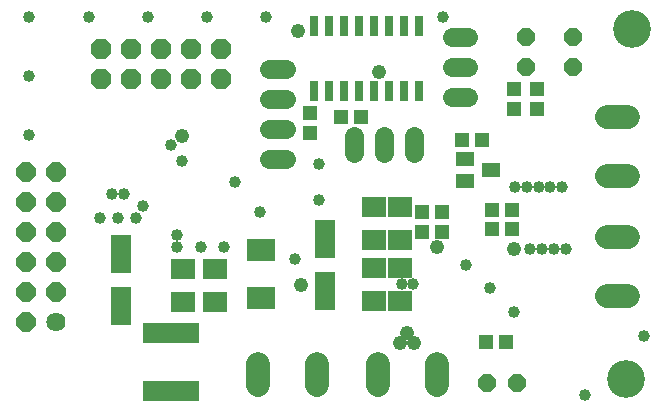
<source format=gts>
G75*
%MOIN*%
%OFA0B0*%
%FSLAX25Y25*%
%IPPOS*%
%LPD*%
%AMOC8*
5,1,8,0,0,1.08239X$1,22.5*
%
%ADD10C,0.12611*%
%ADD11R,0.07887X0.07099*%
%ADD12R,0.07099X0.12611*%
%ADD13R,0.09304X0.07808*%
%ADD14R,0.03162X0.06706*%
%ADD15C,0.06400*%
%ADD16OC8,0.06000*%
%ADD17R,0.06312X0.04737*%
%ADD18R,0.05131X0.04737*%
%ADD19R,0.04737X0.05131*%
%ADD20C,0.06400*%
%ADD21OC8,0.06400*%
%ADD22OC8,0.06800*%
%ADD23R,0.18910X0.06706*%
%ADD24C,0.07850*%
%ADD25C,0.04762*%
%ADD26C,0.03975*%
D10*
X0216382Y0030300D03*
X0218350Y0147230D03*
D11*
X0141185Y0087781D03*
X0132524Y0087781D03*
X0132524Y0076757D03*
X0141185Y0076757D03*
X0141185Y0067308D03*
X0132524Y0067308D03*
X0132524Y0056285D03*
X0141185Y0056285D03*
X0079374Y0056088D03*
X0068744Y0056088D03*
X0068744Y0067112D03*
X0079374Y0067112D03*
D12*
X0048075Y0072230D03*
X0048075Y0054907D03*
X0115988Y0059828D03*
X0115988Y0077151D03*
D13*
X0094728Y0073568D03*
X0094728Y0057545D03*
D14*
X0112268Y0126560D03*
X0117268Y0126560D03*
X0122268Y0126560D03*
X0127268Y0126560D03*
X0132268Y0126560D03*
X0137268Y0126560D03*
X0142268Y0126560D03*
X0147268Y0126560D03*
X0147268Y0148214D03*
X0142268Y0148214D03*
X0137268Y0148214D03*
X0132268Y0148214D03*
X0127268Y0148214D03*
X0122268Y0148214D03*
X0117268Y0148214D03*
X0112268Y0148214D03*
D15*
X0103040Y0133726D02*
X0097440Y0133726D01*
X0097440Y0123726D02*
X0103040Y0123726D01*
X0103040Y0113647D02*
X0097440Y0113647D01*
X0097440Y0103647D02*
X0103040Y0103647D01*
X0125594Y0105768D02*
X0125594Y0111368D01*
X0135594Y0111368D02*
X0135594Y0105768D01*
X0145594Y0105768D02*
X0145594Y0111368D01*
X0158267Y0124434D02*
X0163867Y0124434D01*
X0163867Y0134434D02*
X0158267Y0134434D01*
X0158267Y0144434D02*
X0163867Y0144434D01*
D16*
X0182917Y0144356D03*
X0182917Y0134356D03*
X0198665Y0134356D03*
X0198665Y0144356D03*
X0180043Y0029119D03*
X0170043Y0029119D03*
D17*
X0162839Y0096245D03*
X0162839Y0103726D03*
X0171500Y0099986D03*
D18*
X0154965Y0086009D03*
X0148272Y0086009D03*
X0148272Y0079316D03*
X0154965Y0079316D03*
X0111067Y0112387D03*
X0111067Y0119080D03*
X0178980Y0120261D03*
X0178980Y0126954D03*
X0186854Y0126954D03*
X0186854Y0120261D03*
D19*
X0168547Y0110222D03*
X0161854Y0110222D03*
X0171697Y0086600D03*
X0171697Y0080300D03*
X0178390Y0080300D03*
X0178390Y0086600D03*
X0128193Y0117702D03*
X0121500Y0117702D03*
X0169728Y0042899D03*
X0176421Y0042899D03*
D20*
X0026500Y0049395D03*
D21*
X0016500Y0049395D03*
X0016500Y0059395D03*
X0026500Y0059395D03*
X0026500Y0069395D03*
X0026500Y0079395D03*
X0026500Y0089395D03*
X0016500Y0089395D03*
X0016500Y0079395D03*
X0016500Y0069395D03*
X0016500Y0099395D03*
X0026500Y0099395D03*
D22*
X0041264Y0130419D03*
X0051264Y0130419D03*
X0061264Y0130419D03*
X0071264Y0130419D03*
X0081264Y0130419D03*
X0081264Y0140419D03*
X0071264Y0140419D03*
X0061264Y0140419D03*
X0051264Y0140419D03*
X0041264Y0140419D03*
D23*
X0064807Y0045655D03*
X0064807Y0026363D03*
D24*
X0093705Y0028468D02*
X0093705Y0035518D01*
X0113390Y0035518D02*
X0113390Y0028468D01*
X0133705Y0028468D02*
X0133705Y0035518D01*
X0153390Y0035518D02*
X0153390Y0028468D01*
X0209983Y0058017D02*
X0217033Y0058017D01*
X0217033Y0077702D02*
X0209983Y0077702D01*
X0209983Y0098017D02*
X0217033Y0098017D01*
X0217033Y0117702D02*
X0209983Y0117702D01*
D25*
X0178980Y0073608D03*
X0153390Y0074395D03*
X0143547Y0045655D03*
X0141185Y0042505D03*
X0145909Y0042505D03*
X0108114Y0061797D03*
X0068350Y0111403D03*
X0106933Y0146442D03*
X0134098Y0132663D03*
D26*
X0155358Y0151167D03*
X0096303Y0151167D03*
X0076618Y0151167D03*
X0056933Y0151167D03*
X0037248Y0151167D03*
X0017563Y0151167D03*
X0017563Y0131482D03*
X0017563Y0111797D03*
X0045122Y0092112D03*
X0049059Y0092112D03*
X0055358Y0088175D03*
X0052996Y0084238D03*
X0047091Y0084238D03*
X0041185Y0084238D03*
X0066776Y0078332D03*
X0066776Y0074395D03*
X0074650Y0074395D03*
X0082524Y0074395D03*
X0094335Y0086206D03*
X0086067Y0096049D03*
X0068350Y0103135D03*
X0064807Y0108253D03*
X0114020Y0101954D03*
X0114020Y0090143D03*
X0106146Y0070458D03*
X0141579Y0062190D03*
X0145516Y0062190D03*
X0163232Y0068489D03*
X0171106Y0060615D03*
X0178980Y0052741D03*
X0184492Y0073608D03*
X0188429Y0073608D03*
X0192366Y0073608D03*
X0196303Y0073608D03*
X0195122Y0094474D03*
X0191185Y0094474D03*
X0187248Y0094474D03*
X0183311Y0094474D03*
X0179374Y0094474D03*
X0222287Y0044867D03*
X0202602Y0025182D03*
M02*

</source>
